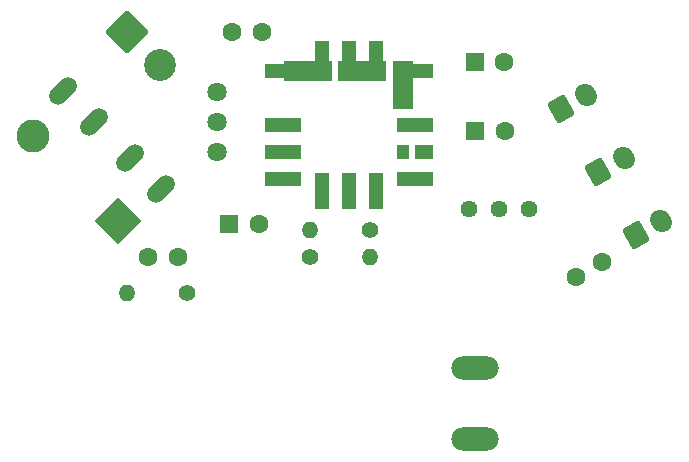
<source format=gbr>
G04 #@! TF.GenerationSoftware,KiCad,Pcbnew,(6.0.5)*
G04 #@! TF.CreationDate,2022-07-03T21:23:33+09:00*
G04 #@! TF.ProjectId,psu_board,7073755f-626f-4617-9264-2e6b69636164,rev?*
G04 #@! TF.SameCoordinates,Original*
G04 #@! TF.FileFunction,Soldermask,Top*
G04 #@! TF.FilePolarity,Negative*
%FSLAX46Y46*%
G04 Gerber Fmt 4.6, Leading zero omitted, Abs format (unit mm)*
G04 Created by KiCad (PCBNEW (6.0.5)) date 2022-07-03 21:23:33*
%MOMM*%
%LPD*%
G01*
G04 APERTURE LIST*
G04 Aperture macros list*
%AMRoundRect*
0 Rectangle with rounded corners*
0 $1 Rounding radius*
0 $2 $3 $4 $5 $6 $7 $8 $9 X,Y pos of 4 corners*
0 Add a 4 corners polygon primitive as box body*
4,1,4,$2,$3,$4,$5,$6,$7,$8,$9,$2,$3,0*
0 Add four circle primitives for the rounded corners*
1,1,$1+$1,$2,$3*
1,1,$1+$1,$4,$5*
1,1,$1+$1,$6,$7*
1,1,$1+$1,$8,$9*
0 Add four rect primitives between the rounded corners*
20,1,$1+$1,$2,$3,$4,$5,0*
20,1,$1+$1,$4,$5,$6,$7,0*
20,1,$1+$1,$6,$7,$8,$9,0*
20,1,$1+$1,$8,$9,$2,$3,0*%
%AMHorizOval*
0 Thick line with rounded ends*
0 $1 width*
0 $2 $3 position (X,Y) of the first rounded end (center of the circle)*
0 $4 $5 position (X,Y) of the second rounded end (center of the circle)*
0 Add line between two ends*
20,1,$1,$2,$3,$4,$5,0*
0 Add two circle primitives to create the rounded ends*
1,1,$1,$2,$3*
1,1,$1,$4,$5*%
%AMRotRect*
0 Rectangle, with rotation*
0 The origin of the aperture is its center*
0 $1 length*
0 $2 width*
0 $3 Rotation angle, in degrees counterclockwise*
0 Add horizontal line*
21,1,$1,$2,0,0,$3*%
%AMOutline4P*
0 Free polygon, 4 corners , with rotation*
0 The origin of the aperture is its center*
0 number of corners: always 4*
0 $1 to $8 corner X, Y*
0 $9 Rotation angle, in degrees counterclockwise*
0 create outline with 4 corners*
4,1,4,$1,$2,$3,$4,$5,$6,$7,$8,$1,$2,$9*%
G04 Aperture macros list end*
%ADD10HorizOval,1.500000X-0.424264X-0.424264X0.424264X0.424264X0*%
%ADD11RotRect,2.800000X2.800000X135.000000*%
%ADD12HorizOval,2.800000X0.000000X0.000000X0.000000X0.000000X0*%
%ADD13C,1.400000*%
%ADD14O,1.400000X1.400000*%
%ADD15R,1.600000X1.600000*%
%ADD16C,1.600000*%
%ADD17RoundRect,0.250000X-0.144615X-0.949519X0.894615X-0.349519X0.144615X0.949519X-0.894615X0.349519X0*%
%ADD18HorizOval,1.700000X-0.075000X0.129904X0.075000X-0.129904X0*%
%ADD19O,4.000000X2.000000*%
%ADD20RoundRect,0.250001X-1.555634X0.000000X0.000000X-1.555634X1.555634X0.000000X0.000000X1.555634X0*%
%ADD21C,2.700000*%
%ADD22C,1.440000*%
%ADD23C,1.635000*%
%ADD24Outline4P,-1.500000X-0.600000X1.500000X-0.600000X1.500000X0.600000X-1.500000X0.600000X0.000000*%
%ADD25Outline4P,-2.035000X-0.885000X2.035000X-0.885000X2.035000X0.885000X-2.035000X0.885000X0.000000*%
%ADD26Outline4P,-0.600000X-1.500000X0.600000X-1.500000X0.600000X1.500000X-0.600000X1.500000X0.000000*%
%ADD27Outline4P,-0.885000X-2.035000X0.885000X-2.035000X0.885000X2.035000X-0.885000X2.035000X0.000000*%
%ADD28Outline4P,-0.750000X-0.600000X0.750000X-0.600000X0.750000X0.600000X-0.750000X0.600000X0.000000*%
%ADD29Outline4P,-0.500000X-0.600000X0.500000X-0.600000X0.500000X0.600000X-0.500000X0.600000X0.000000*%
G04 APERTURE END LIST*
D10*
X125476000Y-97536000D03*
X122859705Y-94919705D03*
X131132854Y-103192854D03*
X128516559Y-100576559D03*
D11*
X127508000Y-105918000D03*
D12*
X120323795Y-98733795D03*
D13*
X148844000Y-106680000D03*
D14*
X143764000Y-106680000D03*
D15*
X157734000Y-92456000D03*
D16*
X160234000Y-92456000D03*
D17*
X165024969Y-96436337D03*
D18*
X167190033Y-95186337D03*
D13*
X133350000Y-112014000D03*
D14*
X128270000Y-112014000D03*
D19*
X157734000Y-118364000D03*
X157734000Y-124364000D03*
D13*
X143764000Y-108966000D03*
D14*
X148844000Y-108966000D03*
D20*
X128270000Y-89916000D03*
D21*
X131070143Y-92716143D03*
D15*
X157774000Y-98298000D03*
D16*
X160274000Y-98298000D03*
D17*
X168199969Y-101770337D03*
D18*
X170365033Y-100520337D03*
D15*
X136946000Y-106172000D03*
D16*
X139446000Y-106172000D03*
X132588000Y-108966000D03*
X130088000Y-108966000D03*
D17*
X171374969Y-107104337D03*
D18*
X173540033Y-105854337D03*
D22*
X162306000Y-104902000D03*
X159766000Y-104902000D03*
X157226000Y-104902000D03*
D23*
X135890000Y-100076000D03*
X135890000Y-97536000D03*
X135890000Y-94996000D03*
D24*
X141454000Y-97782000D03*
X141454000Y-93202000D03*
D25*
X143619000Y-93202000D03*
D26*
X144764000Y-92182000D03*
X149344000Y-92182000D03*
X147054000Y-92182000D03*
D25*
X148199000Y-93202000D03*
D27*
X151654000Y-94347000D03*
D24*
X152654000Y-93202000D03*
X152654000Y-97782000D03*
X152654000Y-102362000D03*
D26*
X147054000Y-103382000D03*
X144764000Y-103382000D03*
D24*
X141454000Y-102362000D03*
X141454000Y-100072000D03*
D28*
X153404000Y-100072000D03*
D26*
X149344000Y-103382000D03*
D29*
X151654000Y-100072000D03*
D16*
X139700000Y-89916000D03*
X137200000Y-89916000D03*
X166303469Y-110607000D03*
X168468533Y-109357000D03*
M02*

</source>
